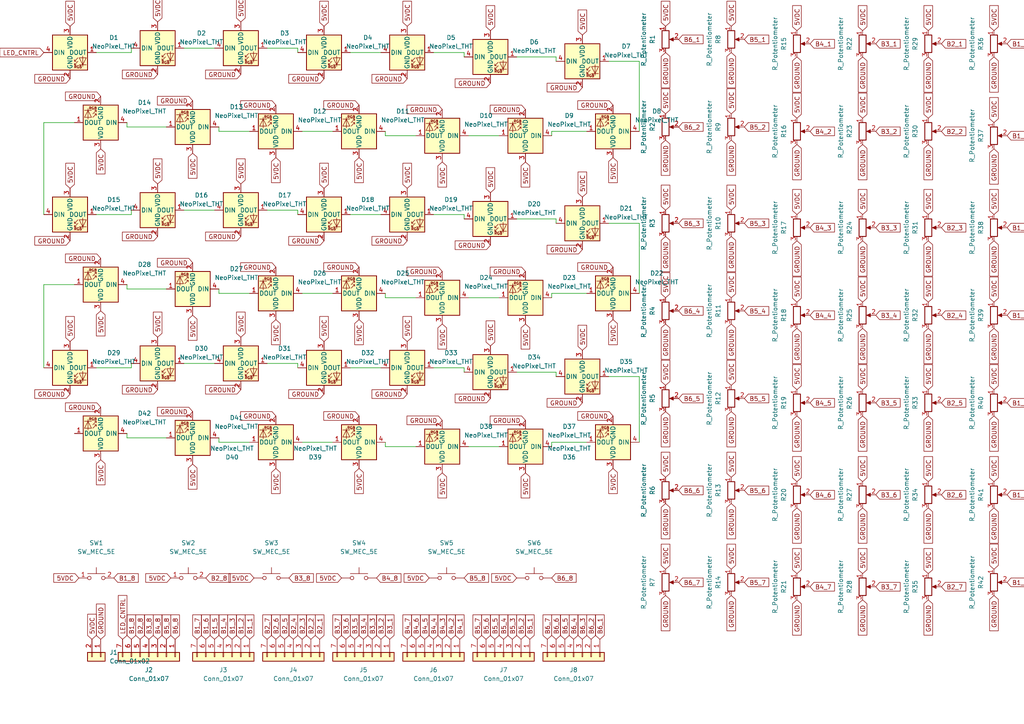
<source format=kicad_sch>
(kicad_sch (version 20211123) (generator eeschema)
  (paper "A4")
  (wire (pts (xy 176.53 17.78) (xy 185.42 17.78)))
  (wire (pts (xy 176.53 109.22) (xy 185.42 109.22)))
  (wire (pts (xy 125.73 62.23) (xy 134.62 62.23)))
  (wire (pts (xy 36.83 36.83) (xy 36.83 35.56)))
  (wire (pts (xy 176.53 64.77) (xy 185.42 64.77)))
  (wire (pts (xy 120.65 129.54) (xy 111.76 129.54)))
  (wire (pts (xy 53.34 105.41) (xy 62.23 105.41)))
  (wire (pts (xy 161.29 63.5) (xy 161.29 64.77)))
  (wire (pts (xy 160.02 128.27) (xy 160.02 129.54)))
  (wire (pts (xy 53.34 13.97) (xy 62.23 13.97)))
  (wire (pts (xy 77.47 105.41) (xy 86.36 105.41)))
  (wire (pts (xy 21.59 35.56) (xy 12.7 35.56)))
  (wire (pts (xy 160.02 85.09) (xy 160.02 86.36)))
  (wire (pts (xy 27.94 15.24) (xy 38.1 15.24)))
  (wire (pts (xy 86.36 13.97) (xy 86.36 15.24)))
  (wire (pts (xy 125.73 15.24) (xy 134.62 15.24)))
  (wire (pts (xy 72.39 85.09) (xy 63.5 85.09)))
  (wire (pts (xy 185.42 17.78) (xy 185.42 38.1)))
  (wire (pts (xy 160.02 38.1) (xy 160.02 39.37)))
  (wire (pts (xy 12.7 82.55) (xy 12.7 106.68)))
  (wire (pts (xy 27.94 106.68) (xy 38.1 106.68)))
  (wire (pts (xy 72.39 38.1) (xy 63.5 38.1)))
  (wire (pts (xy 111.76 39.37) (xy 111.76 38.1)))
  (wire (pts (xy 149.86 16.51) (xy 161.29 16.51)))
  (wire (pts (xy 149.86 63.5) (xy 161.29 63.5)))
  (wire (pts (xy 63.5 38.1) (xy 63.5 36.83)))
  (wire (pts (xy 38.1 106.68) (xy 38.1 105.41)))
  (wire (pts (xy 87.63 38.1) (xy 96.52 38.1)))
  (wire (pts (xy 185.42 109.22) (xy 185.42 128.27)))
  (wire (pts (xy 77.47 13.97) (xy 86.36 13.97)))
  (wire (pts (xy 125.73 106.68) (xy 134.62 106.68)))
  (wire (pts (xy 134.62 62.23) (xy 134.62 63.5)))
  (wire (pts (xy 72.39 128.27) (xy 63.5 128.27)))
  (wire (pts (xy 63.5 128.27) (xy 63.5 127)))
  (wire (pts (xy 38.1 15.24) (xy 38.1 13.97)))
  (wire (pts (xy 170.18 128.27) (xy 160.02 128.27)))
  (wire (pts (xy 87.63 128.27) (xy 96.52 128.27)))
  (wire (pts (xy 135.89 86.36) (xy 144.78 86.36)))
  (wire (pts (xy 77.47 60.96) (xy 86.36 60.96)))
  (wire (pts (xy 48.26 83.82) (xy 36.83 83.82)))
  (wire (pts (xy 63.5 85.09) (xy 63.5 83.82)))
  (wire (pts (xy 170.18 85.09) (xy 160.02 85.09)))
  (wire (pts (xy 120.65 86.36) (xy 111.76 86.36)))
  (wire (pts (xy 161.29 107.95) (xy 161.29 109.22)))
  (wire (pts (xy 135.89 129.54) (xy 144.78 129.54)))
  (wire (pts (xy 149.86 107.95) (xy 161.29 107.95)))
  (wire (pts (xy 38.1 62.23) (xy 38.1 60.96)))
  (wire (pts (xy 53.34 60.96) (xy 62.23 60.96)))
  (wire (pts (xy 27.94 62.23) (xy 38.1 62.23)))
  (wire (pts (xy 134.62 15.24) (xy 134.62 16.51)))
  (wire (pts (xy 101.6 106.68) (xy 110.49 106.68)))
  (wire (pts (xy 185.42 64.77) (xy 185.42 85.09)))
  (wire (pts (xy 120.65 39.37) (xy 111.76 39.37)))
  (wire (pts (xy 134.62 106.68) (xy 134.62 107.95)))
  (wire (pts (xy 36.83 127) (xy 36.83 125.73)))
  (wire (pts (xy 86.36 105.41) (xy 86.36 106.68)))
  (wire (pts (xy 48.26 36.83) (xy 36.83 36.83)))
  (wire (pts (xy 101.6 62.23) (xy 110.49 62.23)))
  (wire (pts (xy 170.18 38.1) (xy 160.02 38.1)))
  (wire (pts (xy 48.26 127) (xy 36.83 127)))
  (wire (pts (xy 101.6 15.24) (xy 110.49 15.24)))
  (wire (pts (xy 86.36 60.96) (xy 86.36 62.23)))
  (wire (pts (xy 36.83 83.82) (xy 36.83 82.55)))
  (wire (pts (xy 111.76 86.36) (xy 111.76 85.09)))
  (wire (pts (xy 87.63 85.09) (xy 96.52 85.09)))
  (wire (pts (xy 135.89 39.37) (xy 144.78 39.37)))
  (wire (pts (xy 12.7 35.56) (xy 12.7 62.23)))
  (wire (pts (xy 111.76 129.54) (xy 111.76 128.27)))
  (wire (pts (xy 21.59 82.55) (xy 12.7 82.55)))
  (wire (pts (xy 161.29 16.51) (xy 161.29 17.78)))
  (global_label "5VDC" (shape input) (at 168.91 10.16 90) (property "Intersheet References" "${INTERSHEET_REFS}" (effects hide)))
  (global_label "B3_4" (shape input) (at 254 91.44 0) (property "Intersheet References" "${INTERSHEET_REFS}" (effects hide)))
  (global_label "5VDC" (shape input) (at 288.29 113.03 90) (property "Intersheet References" "${INTERSHEET_REFS}" (effects hide)))
  (global_label "5VDC" (shape input) (at 20.32 7.62 90) (property "Intersheet References" "${INTERSHEET_REFS}" (effects hide)))
  (global_label "5VDC" (shape input) (at 288.29 87.63 90) (property "Intersheet References" "${INTERSHEET_REFS}" (effects hide)))
  (global_label "GROUND" (shape input) (at 118.11 22.86 180) (property "Intersheet References" "${INTERSHEET_REFS}" (effects hide)))
  (global_label "5VDC" (shape input) (at 250.19 166.37 90) (property "Intersheet References" "${INTERSHEET_REFS}" (effects hide)))
  (global_label "GROUND" (shape input) (at 128.27 121.92 180) (property "Intersheet References" "${INTERSHEET_REFS}" (effects hide)))
  (global_label "5VDC" (shape input) (at 149.86 167.64 180) (property "Intersheet References" "${INTERSHEET_REFS}" (effects hide)))
  (global_label "B4_3" (shape input) (at 128.27 185.42 90) (property "Intersheet References" "${INTERSHEET_REFS}" (effects hide)))
  (global_label "GROUND" (shape input) (at 55.88 29.21 180) (property "Intersheet References" "${INTERSHEET_REFS}" (effects hide)))
  (global_label "GROUND" (shape input) (at 212.09 40.64 270) (property "Intersheet References" "${INTERSHEET_REFS}" (effects hide)))
  (global_label "GROUND" (shape input) (at 168.91 72.39 180) (property "Intersheet References" "${INTERSHEET_REFS}" (effects hide)))
  (global_label "B6_4" (shape input) (at 166.37 185.42 90) (property "Intersheet References" "${INTERSHEET_REFS}" (effects hide)))
  (global_label "GROUND" (shape input) (at 269.24 173.99 270) (property "Intersheet References" "${INTERSHEET_REFS}" (effects hide)))
  (global_label "GROUND" (shape input) (at 80.01 120.65 180) (property "Intersheet References" "${INTERSHEET_REFS}" (effects hide)))
  (global_label "B2_2" (shape input) (at 273.05 38.1 0) (property "Intersheet References" "${INTERSHEET_REFS}" (effects hide)))
  (global_label "GROUND" (shape input) (at 93.98 22.86 180) (property "Intersheet References" "${INTERSHEET_REFS}" (effects hide)))
  (global_label "GROUND" (shape input) (at 168.91 116.84 180) (property "Intersheet References" "${INTERSHEET_REFS}" (effects hide)))
  (global_label "GROUND" (shape input) (at 269.24 16.51 270) (property "Intersheet References" "${INTERSHEET_REFS}" (effects hide)))
  (global_label "GROUND" (shape input) (at 93.98 69.85 180) (property "Intersheet References" "${INTERSHEET_REFS}" (effects hide)))
  (global_label "B1_6" (shape input) (at 292.1 143.51 0) (property "Intersheet References" "${INTERSHEET_REFS}" (effects hide)))
  (global_label "GROUND" (shape input) (at 193.04 146.05 270) (property "Intersheet References" "${INTERSHEET_REFS}" (effects hide)))
  (global_label "GROUND" (shape input) (at 250.19 16.51 270) (property "Intersheet References" "${INTERSHEET_REFS}" (effects hide)))
  (global_label "B1_2" (shape input) (at 69.85 185.42 90) (property "Intersheet References" "${INTERSHEET_REFS}" (effects hide)))
  (global_label "GROUND" (shape input) (at 168.91 25.4 180) (property "Intersheet References" "${INTERSHEET_REFS}" (effects hide)))
  (global_label "5VDC" (shape input) (at 250.19 113.03 90) (property "Intersheet References" "${INTERSHEET_REFS}" (effects hide)))
  (global_label "GROUND" (shape input) (at 231.14 16.51 270) (property "Intersheet References" "${INTERSHEET_REFS}" (effects hide)))
  (global_label "B3_8" (shape input) (at 43.18 185.42 90) (property "Intersheet References" "${INTERSHEET_REFS}" (effects hide)))
  (global_label "B5_6" (shape input) (at 140.97 185.42 90) (property "Intersheet References" "${INTERSHEET_REFS}" (effects hide)))
  (global_label "GROUND" (shape input) (at 193.04 68.58 270) (property "Intersheet References" "${INTERSHEET_REFS}" (effects hide)))
  (global_label "5VDC" (shape input) (at 231.14 139.7 90) (property "Intersheet References" "${INTERSHEET_REFS}" (effects hide)))
  (global_label "GROUND" (shape input) (at 193.04 93.98 270) (property "Intersheet References" "${INTERSHEET_REFS}" (effects hide)))
  (global_label "GROUND" (shape input) (at 231.14 41.91 270) (property "Intersheet References" "${INTERSHEET_REFS}" (effects hide)))
  (global_label "5VDC" (shape input) (at 142.24 8.89 90) (property "Intersheet References" "${INTERSHEET_REFS}" (effects hide)))
  (global_label "B1_3" (shape input) (at 292.1 66.04 0) (property "Intersheet References" "${INTERSHEET_REFS}" (effects hide)))
  (global_label "B5_4" (shape input) (at 215.9 90.17 0) (property "Intersheet References" "${INTERSHEET_REFS}" (effects hide)))
  (global_label "GROUND" (shape input) (at 55.88 119.38 180) (property "Intersheet References" "${INTERSHEET_REFS}" (effects hide)))
  (global_label "GROUND" (shape input) (at 142.24 71.12 180) (property "Intersheet References" "${INTERSHEET_REFS}" (effects hide)))
  (global_label "GROUND" (shape input) (at 45.72 113.03 180) (property "Intersheet References" "${INTERSHEET_REFS}" (effects hide)))
  (global_label "B1_5" (shape input) (at 62.23 185.42 90) (property "Intersheet References" "${INTERSHEET_REFS}" (effects hide)))
  (global_label "B2_1" (shape input) (at 273.05 12.7 0) (property "Intersheet References" "${INTERSHEET_REFS}" (effects hide)))
  (global_label "5VDC" (shape input) (at 142.24 100.33 90) (property "Intersheet References" "${INTERSHEET_REFS}" (effects hide)))
  (global_label "B6_1" (shape input) (at 196.85 11.43 0) (property "Intersheet References" "${INTERSHEET_REFS}" (effects hide)))
  (global_label "GROUND" (shape input) (at 193.04 119.38 270) (property "Intersheet References" "${INTERSHEET_REFS}" (effects hide)))
  (global_label "GROUND" (shape input) (at 29.21 74.93 180) (property "Intersheet References" "${INTERSHEET_REFS}" (effects hide)))
  (global_label "B2_3" (shape input) (at 273.05 66.04 0) (property "Intersheet References" "${INTERSHEET_REFS}" (effects hide)))
  (global_label "GROUND" (shape input) (at 118.11 114.3 180) (property "Intersheet References" "${INTERSHEET_REFS}" (effects hide)))
  (global_label "B3_3" (shape input) (at 254 66.04 0) (property "Intersheet References" "${INTERSHEET_REFS}" (effects hide)))
  (global_label "GROUND" (shape input) (at 20.32 22.86 180) (property "Intersheet References" "${INTERSHEET_REFS}" (effects hide)))
  (global_label "5VDC" (shape input) (at 193.04 33.02 90) (property "Intersheet References" "${INTERSHEET_REFS}" (effects hide)))
  (global_label "5VDC" (shape input) (at 288.29 62.23 90) (property "Intersheet References" "${INTERSHEET_REFS}" (effects hide)))
  (global_label "B2_7" (shape input) (at 77.47 185.42 90) (property "Intersheet References" "${INTERSHEET_REFS}" (effects hide)))
  (global_label "5VDC" (shape input) (at 212.09 111.76 90) (property "Intersheet References" "${INTERSHEET_REFS}" (effects hide)))
  (global_label "B6_2" (shape input) (at 196.85 36.83 0) (property "Intersheet References" "${INTERSHEET_REFS}" (effects hide)))
  (global_label "B1_4" (shape input) (at 292.1 91.44 0) (property "Intersheet References" "${INTERSHEET_REFS}" (effects hide)))
  (global_label "5VDC" (shape input) (at 55.88 44.45 270) (property "Intersheet References" "${INTERSHEET_REFS}" (effects hide)))
  (global_label "B2_8" (shape input) (at 59.69 167.64 0) (property "Intersheet References" "${INTERSHEET_REFS}" (effects hide)))
  (global_label "B4_2" (shape input) (at 234.95 38.1 0) (property "Intersheet References" "${INTERSHEET_REFS}" (effects hide)))
  (global_label "GROUND" (shape input) (at 142.24 24.13 180) (property "Intersheet References" "${INTERSHEET_REFS}" (effects hide)))
  (global_label "GROUND" (shape input) (at 152.4 31.75 180) (property "Intersheet References" "${INTERSHEET_REFS}" (effects hide)))
  (global_label "B6_7" (shape input) (at 158.75 185.42 90) (property "Intersheet References" "${INTERSHEET_REFS}" (effects hide)))
  (global_label "B2_5" (shape input) (at 273.05 116.84 0) (property "Intersheet References" "${INTERSHEET_REFS}" (effects hide)))
  (global_label "GROUND" (shape input) (at 80.01 77.47 180) (property "Intersheet References" "${INTERSHEET_REFS}" (effects hide)))
  (global_label "5VDC" (shape input) (at 212.09 7.62 90) (property "Intersheet References" "${INTERSHEET_REFS}" (effects hide)))
  (global_label "B5_7" (shape input) (at 138.43 185.42 90) (property "Intersheet References" "${INTERSHEET_REFS}" (effects hide)))
  (global_label "5VDC" (shape input) (at 80.01 135.89 270) (property "Intersheet References" "${INTERSHEET_REFS}" (effects hide)))
  (global_label "GROUND" (shape input) (at 128.27 31.75 180) (property "Intersheet References" "${INTERSHEET_REFS}" (effects hide)))
  (global_label "B5_6" (shape input) (at 215.9 142.24 0) (property "Intersheet References" "${INTERSHEET_REFS}" (effects hide)))
  (global_label "5VDC" (shape input) (at 193.04 60.96 90) (property "Intersheet References" "${INTERSHEET_REFS}" (effects hide)))
  (global_label "GROUND" (shape input) (at 177.8 120.65 180) (property "Intersheet References" "${INTERSHEET_REFS}" (effects hide)))
  (global_label "B2_4" (shape input) (at 85.09 185.42 90) (property "Intersheet References" "${INTERSHEET_REFS}" (effects hide)))
  (global_label "B1_5" (shape input) (at 292.1 116.84 0) (property "Intersheet References" "${INTERSHEET_REFS}" (effects hide)))
  (global_label "GROUND" (shape input) (at 29.21 185.42 90) (property "Intersheet References" "${INTERSHEET_REFS}" (effects hide)))
  (global_label "B1_3" (shape input) (at 67.31 185.42 90) (property "Intersheet References" "${INTERSHEET_REFS}" (effects hide)))
  (global_label "GROUND" (shape input) (at 212.09 68.58 270) (property "Intersheet References" "${INTERSHEET_REFS}" (effects hide)))
  (global_label "5VDC" (shape input) (at 250.19 87.63 90) (property "Intersheet References" "${INTERSHEET_REFS}" (effects hide)))
  (global_label "B1_1" (shape input) (at 292.1 12.7 0) (property "Intersheet References" "${INTERSHEET_REFS}" (effects hide)))
  (global_label "5VDC" (shape input) (at 288.29 8.89 90) (property "Intersheet References" "${INTERSHEET_REFS}" (effects hide)))
  (global_label "B6_1" (shape input) (at 173.99 185.42 90) (property "Intersheet References" "${INTERSHEET_REFS}" (effects hide)))
  (global_label "5VDC" (shape input) (at 250.19 62.23 90) (property "Intersheet References" "${INTERSHEET_REFS}" (effects hide)))
  (global_label "5VDC" (shape input) (at 104.14 92.71 270) (property "Intersheet References" "${INTERSHEET_REFS}" (effects hide)))
  (global_label "B3_1" (shape input) (at 113.03 185.42 90) (property "Intersheet References" "${INTERSHEET_REFS}" (effects hide)))
  (global_label "5VDC" (shape input) (at 20.32 54.61 90) (property "Intersheet References" "${INTERSHEET_REFS}" (effects hide)))
  (global_label "GROUND" (shape input) (at 212.09 119.38 270) (property "Intersheet References" "${INTERSHEET_REFS}" (effects hide)))
  (global_label "B4_3" (shape input) (at 234.95 66.04 0) (property "Intersheet References" "${INTERSHEET_REFS}" (effects hide)))
  (global_label "5VDC" (shape input) (at 55.88 91.44 270) (property "Intersheet References" "${INTERSHEET_REFS}" (effects hide)))
  (global_label "5VDC" (shape input) (at 269.24 62.23 90) (property "Intersheet References" "${INTERSHEET_REFS}" (effects hide)))
  (global_label "B1_8" (shape input) (at 33.02 167.64 0) (property "Intersheet References" "${INTERSHEET_REFS}" (effects hide)))
  (global_label "B4_5" (shape input) (at 234.95 116.84 0) (property "Intersheet References" "${INTERSHEET_REFS}" (effects hide)))
  (global_label "5VDC" (shape input) (at 288.29 35.56 90) (property "Intersheet References" "${INTERSHEET_REFS}" (effects hide)))
  (global_label "B6_5" (shape input) (at 163.83 185.42 90) (property "Intersheet References" "${INTERSHEET_REFS}" (effects hide)))
  (global_label "B4_4" (shape input) (at 234.95 91.44 0) (property "Intersheet References" "${INTERSHEET_REFS}" (effects hide)))
  (global_label "GROUND" (shape input) (at 177.8 30.48 180) (property "Intersheet References" "${INTERSHEET_REFS}" (effects hide)))
  (global_label "5VDC" (shape input) (at 49.53 167.64 180) (property "Intersheet References" "${INTERSHEET_REFS}" (effects hide)))
  (global_label "LED_CNTRL" (shape input) (at 12.7 15.24 180) (property "Intersheet References" "${INTERSHEET_REFS}" (effects hide)))
  (global_label "5VDC" (shape input) (at 193.04 86.36 90) (property "Intersheet References" "${INTERSHEET_REFS}" (effects hide)))
  (global_label "5VDC" (shape input) (at 152.4 137.16 270) (property "Intersheet References" "${INTERSHEET_REFS}" (effects hide)))
  (global_label "B6_8" (shape input) (at 50.8 185.42 90) (property "Intersheet References" "${INTERSHEET_REFS}" (effects hide)))
  (global_label "GROUND" (shape input) (at 128.27 78.74 180) (property "Intersheet References" "${INTERSHEET_REFS}" (effects hide)))
  (global_label "B5_3" (shape input) (at 148.59 185.42 90) (property "Intersheet References" "${INTERSHEET_REFS}" (effects hide)))
  (global_label "GROUND" (shape input) (at 142.24 115.57 180) (property "Intersheet References" "${INTERSHEET_REFS}" (effects hide)))
  (global_label "B6_2" (shape input) (at 171.45 185.42 90) (property "Intersheet References" "${INTERSHEET_REFS}" (effects hide)))
  (global_label "5VDC" (shape input) (at 124.46 167.64 180) (property "Intersheet References" "${INTERSHEET_REFS}" (effects hide)))
  (global_label "5VDC" (shape input) (at 177.8 92.71 270) (property "Intersheet References" "${INTERSHEET_REFS}" (effects hide)))
  (global_label "5VDC" (shape input) (at 212.09 33.02 90) (property "Intersheet References" "${INTERSHEET_REFS}" (effects hide)))
  (global_label "GROUND" (shape input) (at 288.29 69.85 270) (property "Intersheet References" "${INTERSHEET_REFS}" (effects hide)))
  (global_label "B3_4" (shape input) (at 105.41 185.42 90) (property "Intersheet References" "${INTERSHEET_REFS}" (effects hide)))
  (global_label "B4_8" (shape input) (at 109.22 167.64 0) (property "Intersheet References" "${INTERSHEET_REFS}" (effects hide)))
  (global_label "B3_5" (shape input) (at 254 116.84 0) (property "Intersheet References" "${INTERSHEET_REFS}" (effects hide)))
  (global_label "5VDC" (shape input) (at 193.04 138.43 90) (property "Intersheet References" "${INTERSHEET_REFS}" (effects hide)))
  (global_label "5VDC" (shape input) (at 99.06 167.64 180) (property "Intersheet References" "${INTERSHEET_REFS}" (effects hide)))
  (global_label "GROUND" (shape input) (at 269.24 120.65 270) (property "Intersheet References" "${INTERSHEET_REFS}" (effects hide)))
  (global_label "B2_6" (shape input) (at 273.05 143.51 0) (property "Intersheet References" "${INTERSHEET_REFS}" (effects hide)))
  (global_label "GROUND" (shape input) (at 269.24 69.85 270) (property "Intersheet References" "${INTERSHEET_REFS}" (effects hide)))
  (global_label "GROUND" (shape input) (at 193.04 15.24 270) (property "Intersheet References" "${INTERSHEET_REFS}" (effects hide)))
  (global_label "B4_2" (shape input) (at 130.81 185.42 90) (property "Intersheet References" "${INTERSHEET_REFS}" (effects hide)))
  (global_label "B1_2" (shape input) (at 292.1 39.37 0) (property "Intersheet References" "${INTERSHEET_REFS}" (effects hide)))
  (global_label "5VDC" (shape input) (at 177.8 45.72 270) (property "Intersheet References" "${INTERSHEET_REFS}" (effects hide)))
  (global_label "5VDC" (shape input) (at 128.27 93.98 270) (property "Intersheet References" "${INTERSHEET_REFS}" (effects hide)))
  (global_label "GROUND" (shape input) (at 288.29 147.32 270) (property "Intersheet References" "${INTERSHEET_REFS}" (effects hide)))
  (global_label "B3_6" (shape input) (at 254 143.51 0) (property "Intersheet References" "${INTERSHEET_REFS}" (effects hide)))
  (global_label "B2_1" (shape input) (at 92.71 185.42 90) (property "Intersheet References" "${INTERSHEET_REFS}" (effects hide)))
  (global_label "B1_4" (shape input) (at 64.77 185.42 90) (property "Intersheet References" "${INTERSHEET_REFS}" (effects hide)))
  (global_label "GROUND" (shape input) (at 250.19 120.65 270) (property "Intersheet References" "${INTERSHEET_REFS}" (effects hide)))
  (global_label "GROUND" (shape input) (at 250.19 41.91 270) (property "Intersheet References" "${INTERSHEET_REFS}" (effects hide)))
  (global_label "5VDC" (shape input) (at 152.4 93.98 270) (property "Intersheet References" "${INTERSHEET_REFS}" (effects hide)))
  (global_label "5VDC" (shape input) (at 55.88 134.62 270) (property "Intersheet References" "${INTERSHEET_REFS}" (effects hide)))
  (global_label "B4_7" (shape input) (at 118.11 185.42 90) (property "Intersheet References" "${INTERSHEET_REFS}" (effects hide)))
  (global_label "GROUND" (shape input) (at 193.04 40.64 270) (property "Intersheet References" "${INTERSHEET_REFS}" (effects hide)))
  (global_label "B4_8" (shape input) (at 45.72 185.42 90) (property "Intersheet References" "${INTERSHEET_REFS}" (effects hide)))
  (global_label "5VDC" (shape input) (at 212.09 138.43 90) (property "Intersheet References" "${INTERSHEET_REFS}" (effects hide)))
  (global_label "B3_2" (shape input) (at 110.49 185.42 90) (property "Intersheet References" "${INTERSHEET_REFS}" (effects hide)))
  (global_label "GROUND" (shape input) (at 80.01 30.48 180) (property "Intersheet References" "${INTERSHEET_REFS}" (effects hide)))
  (global_label "B5_4" (shape input) (at 146.05 185.42 90) (property "Intersheet References" "${INTERSHEET_REFS}" (effects hide)))
  (global_label "B3_8" (shape input) (at 83.82 167.64 0) (property "Intersheet References" "${INTERSHEET_REFS}" (effects hide)))
  (global_label "GROUND" (shape input) (at 177.8 77.47 180) (property "Intersheet References" "${INTERSHEET_REFS}" (effects hide)))
  (global_label "B2_6" (shape input) (at 80.01 185.42 90) (property "Intersheet References" "${INTERSHEET_REFS}" (effects hide)))
  (global_label "5VDC" (shape input) (at 80.01 92.71 270) (property "Intersheet References" "${INTERSHEET_REFS}" (effects hide)))
  (global_label "5VDC" (shape input) (at 193.04 111.76 90) (property "Intersheet References" "${INTERSHEET_REFS}" (effects hide)))
  (global_label "5VDC" (shape input) (at 152.4 46.99 270) (property "Intersheet References" "${INTERSHEET_REFS}" (effects hide)))
  (global_label "5VDC" (shape input) (at 69.85 6.35 90) (property "Intersheet References" "${INTERSHEET_REFS}" (effects hide)))
  (global_label "5VDC" (shape input) (at 26.67 185.42 90) (property "Intersheet References" "${INTERSHEET_REFS}" (effects hide)))
  (global_label "5VDC" (shape input) (at 231.14 8.89 90) (property "Intersheet References" "${INTERSHEET_REFS}" (effects hide)))
  (global_label "GROUND" (shape input) (at 269.24 95.25 270) (property "Intersheet References" "${INTERSHEET_REFS}" (effects hide)))
  (global_label "GROUND" (shape input) (at 55.88 76.2 180) (property "Intersheet References" "${INTERSHEET_REFS}" (effects hide)))
  (global_label "B3_7" (shape input) (at 97.79 185.42 90) (property "Intersheet References" "${INTERSHEET_REFS}" (effects hide)))
  (global_label "B6_8" (shape input) (at 160.02 167.64 0) (property "Intersheet References" "${INTERSHEET_REFS}" (effects hide)))
  (global_label "GROUND" (shape input) (at 288.29 120.65 270) (property "Intersheet References" "${INTERSHEET_REFS}" (effects hide)))
  (global_label "5VDC" (shape input) (at 20.32 99.06 90) (property "Intersheet References" "${INTERSHEET_REFS}" (effects hide)))
  (global_label "GROUND" (shape input) (at 69.85 21.59 180) (property "Intersheet References" "${INTERSHEET_REFS}" (effects hide)))
  (global_label "5VDC" (shape input) (at 288.29 139.7 90) (property "Intersheet References" "${INTERSHEET_REFS}" (effects hide)))
  (global_label "5VDC" (shape input) (at 269.24 166.37 90) (property "Intersheet References" "${INTERSHEET_REFS}" (effects hide)))
  (global_label "GROUND" (shape input) (at 69.85 68.58 180) (property "Intersheet References" "${INTERSHEET_REFS}" (effects hide)))
  (global_label "B5_5" (shape input) (at 215.9 115.57 0) (property "Intersheet References" "${INTERSHEET_REFS}" (effects hide)))
  (global_label "5VDC" (shape input) (at 128.27 137.16 270) (property "Intersheet References" "${INTERSHEET_REFS}" (effects hide)))
  (global_label "B5_8" (shape input) (at 48.26 185.42 90) (property "Intersheet References" "${INTERSHEET_REFS}" (effects hide)))
  (global_label "GROUND" (shape input) (at 269.24 41.91 270) (property "Intersheet References" "${INTERSHEET_REFS}" (effects hide)))
  (global_label "GROUND" (shape input) (at 118.11 69.85 180) (property "Intersheet References" "${INTERSHEET_REFS}" (effects hide)))
  (global_label "5VDC" (shape input) (at 22.86 167.64 180) (property "Intersheet References" "${INTERSHEET_REFS}" (effects hide)))
  (global_label "GROUND" (shape input) (at 20.32 69.85 180) (property "Intersheet References" "${INTERSHEET_REFS}" (effects hide)))
  (global_label "5VDC" (shape input) (at 212.09 86.36 90) (property "Intersheet References" "${INTERSHEET_REFS}" (effects hide)))
  (global_label "5VDC" (shape input) (at 168.91 101.6 90) (property "Intersheet References" "${INTERSHEET_REFS}" (effects hide)))
  (global_label "GROUND" (shape input) (at 231.14 120.65 270) (property "Intersheet References" "${INTERSHEET_REFS}" (effects hide)))
  (global_label "GROUND" (shape input) (at 45.72 68.58 180) (property "Intersheet References" "${INTERSHEET_REFS}" (effects hide)))
  (global_label "GROUND" (shape input) (at 45.72 21.59 180) (property "Intersheet References" "${INTERSHEET_REFS}" (effects hide)))
  (global_label "B5_5" (shape input) (at 143.51 185.42 90) (property "Intersheet References" "${INTERSHEET_REFS}" (effects hide)))
  (global_label "B6_7" (shape input) (at 196.85 168.91 0) (property "Intersheet References" "${INTERSHEET_REFS}" (effects hide)))
  (global_label "B3_3" (shape input) (at 107.95 185.42 90) (property "Intersheet References" "${INTERSHEET_REFS}" (effects hide)))
  (global_label "GROUND" (shape input) (at 212.09 146.05 270) (property "Intersheet References" "${INTERSHEET_REFS}" (effects hide)))
  (global_label "B1_1" (shape input) (at 72.39 185.42 90) (property "Intersheet References" "${INTERSHEET_REFS}" (effects hide)))
  (global_label "B6_5" (shape input) (at 196.85 115.57 0) (property "Intersheet References" "${INTERSHEET_REFS}" (effects hide)))
  (global_label "5VDC" (shape input) (at 69.85 53.34 90) (property "Intersheet References" "${INTERSHEET_REFS}" (effects hide)))
  (global_label "5VDC" (shape input) (at 104.14 45.72 270) (property "Intersheet References" "${INTERSHEET_REFS}" (effects hide)))
  (global_label "GROUND" (shape input) (at 288.29 16.51 270) (property "Intersheet References" "${INTERSHEET_REFS}" (effects hide)))
  (global_label "GROUND" (shape input) (at 231.14 147.32 270) (property "Intersheet References" "${INTERSHEET_REFS}" (effects hide)))
  (global_label "GROUND" (shape input) (at 231.14 95.25 270) (property "Intersheet References" "${INTERSHEET_REFS}" (effects hide)))
  (global_label "B4_7" (shape input) (at 234.95 170.18 0) (property "Intersheet References" "${INTERSHEET_REFS}" (effects hide)))
  (global_label "GROUND" (shape input) (at 152.4 121.92 180) (property "Intersheet References" "${INTERSHEET_REFS}" (effects hide)))
  (global_label "B3_7" (shape input) (at 254 170.18 0) (property "Intersheet References" "${INTERSHEET_REFS}" (effects hide)))
  (global_label "5VDC" (shape input) (at 193.04 165.1 90) (property "Intersheet References" "${INTERSHEET_REFS}" (effects hide)))
  (global_label "GROUND" (shape input) (at 193.04 172.72 270) (property "Intersheet References" "${INTERSHEET_REFS}" (effects hide)))
  (global_label "B5_2" (shape input) (at 215.9 36.83 0) (property "Intersheet References" "${INTERSHEET_REFS}" (effects hide)))
  (global_label "5VDC" (shape input) (at 269.24 87.63 90) (property "Intersheet References" "${INTERSHEET_REFS}" (effects hide)))
  (global_label "B5_1" (shape input) (at 153.67 185.42 90) (property "Intersheet References" "${INTERSHEET_REFS}" (effects hide)))
  (global_label "B4_1" (shape input) (at 133.35 185.42 90) (property "Intersheet References" "${INTERSHEET_REFS}" (effects hide)))
  (global_label "B3_1" (shape input) (at 254 12.7 0) (property "Intersheet References" "${INTERSHEET_REFS}" (effects hide)))
  (global_label "B6_6" (shape input) (at 161.29 185.42 90) (property "Intersheet References" "${INTERSHEET_REFS}" (effects hide)))
  (global_label "5VDC" (shape input) (at 128.27 46.99 270) (property "Intersheet References" "${INTERSHEET_REFS}" (effects hide)))
  (global_label "5VDC" (shape input) (at 231.14 166.37 90) (property "Intersheet References" "${INTERSHEET_REFS}" (effects hide)))
  (global_label "5VDC" (shape input) (at 269.24 34.29 90) (property "Intersheet References" "${INTERSHEET_REFS}" (effects hide)))
  (global_label "GROUND" (shape input) (at 250.19 173.99 270) (property "Intersheet References" "${INTERSHEET_REFS}" (effects hide)))
  (global_label "B5_7" (shape input) (at 215.9 168.91 0) (property "Intersheet References" "${INTERSHEET_REFS}" (effects hide)))
  (global_label "B5_2" (shape input) (at 151.13 185.42 90) (property "Intersheet References" "${INTERSHEET_REFS}" (effects hide)))
  (global_label "B2_8" (shape input) (at 40.64 185.42 90) (property "Intersheet References" "${INTERSHEET_REFS}" (effects hide)))
  (global_label "B2_4" (shape input) (at 273.05 91.44 0) (property "Intersheet References" "${INTERSHEET_REFS}" (effects hide)))
  (global_label "GROUND" (shape input) (at 288.29 95.25 270) (property "Intersheet References" "${INTERSHEET_REFS}" (effects hide)))
  (global_label "B1_7" (shape input) (at 292.1 168.91 0) (property "Intersheet References" "${INTERSHEET_REFS}" (effects hide)))
  (global_label "5VDC" (shape input) (at 250.19 8.89 90) (property "Intersheet References" "${INTERSHEET_REFS}" (effects hide)))
  (global_label "B3_6" (shape input) (at 100.33 185.42 90) (property "Intersheet References" "${INTERSHEET_REFS}" (effects hide)))
  (global_label "GROUND" (shape input) (at 104.14 120.65 180) (property "Intersheet References" "${INTERSHEET_REFS}" (effects hide)))
  (global_label "B4_6" (shape input) (at 234.95 143.51 0) (property "Intersheet References" "${INTERSHEET_REFS}" (effects hide)))
  (global_label "GROUND" (shape input) (at 288.29 172.72 270) (property "Intersheet References" "${INTERSHEET_REFS}" (effects hide)))
  (global_label "B4_1" (shape input) (at 234.95 12.7 0) (property "Intersheet References" "${INTERSHEET_REFS}" (effects hide)))
  (global_label "B6_3" (shape input) (at 168.91 185.42 90) (property "Intersheet References" "${INTERSHEET_REFS}" (effects hide)))
  (global_label "GROUND" (shape input) (at 269.24 147.32 270) (property "Intersheet References" "${INTERSHEET_REFS}" (effects hide)))
  (global_label "5VDC" (shape input) (at 231.14 34.29 90) (property "Intersheet References" "${INTERSHEET_REFS}" (effects hide)))
  (global_label "B4_4" (shape input) (at 125.73 185.42 90) (property "Intersheet References" "${INTERSHEET_REFS}" (effects hide)))
  (global_label "5VDC" (shape input) (at 45.72 97.79 90) (property "Intersheet References" "${INTERSHEET_REFS}" (effects hide)))
  (global_label "B3_5" (shape input) (at 102.87 185.42 90) (property "Intersheet References" "${INTERSHEET_REFS}" (effects hide)))
  (global_label "GROUND" (shape input) (at 250.19 95.25 270) (property "Intersheet References" "${INTERSHEET_REFS}" (effects hide)))
  (global_label "5VDC" (shape input) (at 269.24 139.7 90) (property "Intersheet References" "${INTERSHEET_REFS}" (effects hide)))
  (global_label "GROUND" (shape input) (at 69.85 113.03 180) (property "Intersheet References" "${INTERSHEET_REFS}" (effects hide)))
  (global_label "5VDC" (shape input) (at 69.85 97.79 90) (property "Intersheet References" "${INTERSHEET_REFS}" (effects hide)))
  (global_label "GROUND" (shape input) (at 29.21 27.94 180) (property "Intersheet References" "${INTERSHEET_REFS}" (effects hide)))
  (global_label "GROUND" (shape input) (at 250.19 147.32 270) (property "Intersheet References" "${INTERSHEET_REFS}" (effects hide)))
  (global_label "GROUND" (shape input) (at 20.32 114.3 180) (property "Intersheet References" "${INTERSHEET_REFS}" (effects hide)))
  (global_label "B5_1" (shape input) (at 215.9 11.43 0) (property "Intersheet References" "${INTERSHEET_REFS}" (effects hide)))
  (global_label "5VDC" (shape input) (at 231.14 62.23 90) (property "Intersheet References" "${INTERSHEET_REFS}" (effects hide)))
  (global_label "5VDC" (shape input) (at 231.14 113.03 90) (property "Intersheet References" "${INTERSHEET_REFS}" (effects hide)))
  (global_label "5VDC" (shape input) (at 231.14 87.63 90) (property "Intersheet References" "${INTERSHEET_REFS}" (effects hide)))
  (global_label "5VDC" (shape input) (at 118.11 54.61 90) (property "Intersheet References" "${INTERSHEET_REFS}" (effects hide)))
  (global_label "5VDC" (shape input) (at 73.66 167.64 180) (property "Intersheet References" "${INTERSHEET_REFS}" (effects hide)))
  (global_label "GROUND" (shape input) (at 93.98 114.3 180) (property "Intersheet References" "${INTERSHEET_REFS}" (effects hide)))
  (global_label "B4_6" (shape input) (at 120.65 185.42 90) (property "Intersheet References" "${INTERSHEET_REFS}" (effects hide)))
  (global_label "B6_4" (shape input) (at 196.85 90.17 0) (property "Intersheet References" "${INTERSHEET_REFS}" (effects hide)))
  (global_label "5VDC" (shape input) (at 118.11 7.62 90) (property "Intersheet References" "${INTERSHEET_REFS}" (effects hide)))
  (global_label "GROUND" (shape input) (at 212.09 93.98 270) (property "Intersheet References" "${INTERSHEET_REFS}" (effects hide)))
  (global_label "5VDC" (shape input) (at 118.11 99.06 90) (property "Intersheet References" "${INTERSHEET_REFS}" (effects hide)))
  (global_label "B5_3" (shape input) (at 215.9 64.77 0) (property "Intersheet References" "${INTERSHEET_REFS}" (effects hide)))
  (global_label "5VDC" (shape input) (at 93.98 7.62 90) (property "Intersheet References" "${INTERSHEET_REFS}" (effects hide)))
  (global_label "5VDC" (shape input) (at 29.21 43.18 270) (property "Intersheet References" "${INTERSHEET_REFS}" (effects hide)))
  (global_label "5VDC" (shape input) (at 93.98 54.61 90) (property "Intersheet References" "${INTERSHEET_REFS}" (effects hide)))
  (global_label "B1_8" (shape input) (at 38.1 185.42 90) (property "Intersheet References" "${INTERSHEET_REFS}" (effects hide)))
  (global_label "B6_3" (shape input) (at 196.85 64.77 0) (property "Intersheet References" "${INTERSHEET_REFS}" (effects hide)))
  (global_label "GROUND" (shape input) (at 231.14 69.85 270) (property "Intersheet References" "${INTERSHEET_REFS}" (effects hide)))
  (global_label "B3_2" (shape input) (at 254 38.1 0) (property "Intersheet References" "${INTERSHEET_REFS}" (effects hide)))
  (global_label "5VDC" (shape input) (at 288.29 165.1 90) (property "Intersheet References" "${INTERSHEET_REFS}" (effects hide)))
  (global_label "5VDC" (shape input) (at 93.98 99.06 90) (property "Intersheet References" "${INTERSHEET_REFS}" (effects hide)))
  (global_label "5VDC" (shape input) (at 80.01 45.72 270) (property "Intersheet References" "${INTERSHEET_REFS}" (effects hide)))
  (global_label "B5_8" (shape input) (at 134.62 167.64 0) (property "Intersheet References" "${INTERSHEET_REFS}" (effects hide)))
  (global_label "5VDC" (shape input) (at 177.8 135.89 270) (property "Intersheet References" "${INTERSHEET_REFS}" (effects hide)))
  (global_label "5VDC" (shape input) (at 269.24 113.03 90) (property "Intersheet References" "${INTERSHEET_REFS}" (effects hide)))
  (global_label "B2_7" (shape input) (at 273.05 170.18 0) (property "Intersheet References" "${INTERSHEET_REFS}" (effects hide)))
  (global_label "B2_2" (shape input) (at 90.17 185.42 90) (property "Intersheet References" "${INTERSHEET_REFS}" (effects hide)))
  (global_label "5VDC" (shape input) (at 269.24 8.89 90) (property "Intersheet References" "${INTERSHEET_REFS}" (effects hide)))
  (global_label "5VDC" (shape input) (at 29.21 90.17 270) (property "Intersheet References" "${INTERSHEET_REFS}" (effects hide)))
  (global_label "5VDC" (shape input) (at 212.09 165.1 90) (property "Intersheet References" "${INTERSHEET_REFS}" (effects hide)))
  (global_label "LED_CNTRL" (shape input) (at 35.56 185.42 90) (property "Intersheet References" "${INTERSHEET_REFS}" (effects hide)))
  (global_label "B2_3" (shape input) (at 87.63 185.42 90) (property "Intersheet References" "${INTERSHEET_REFS}" (effects hide)))
  (global_label "GROUND" (shape input) (at 104.14 30.48 180) (property "Intersheet References" "${INTERSHEET_REFS}" (effects hide)))
  (global_label "5VDC" (shape input) (at 193.04 7.62 90) (property "Intersheet References" "${INTERSHEET_REFS}" (effects hide)))
  (global_label "GROUND" (shape input) (at 152.4 78.74 180) (property "Intersheet References" "${INTERSHEET_REFS}" (effects hide)))
  (global_label "B1_6" (shape input) (at 59.69 185.42 90) (property "Intersheet References" "${INTERSHEET_REFS}" (effects hide)))
  (global_label "5VDC" (shape input) (at 29.21 133.35 270) (property "Intersheet References" "${INTERSHEET_REFS}" (effects hide)))
  (global_label "5VDC" (shape input) (at 168.91 57.15 90) (property "Intersheet References" "${INTERSHEET_REFS}" (effects hide)))
  (global_label "B2_5" (shape input) (at 82.55 185.42 90) (property "Intersheet References" "${INTERSHEET_REFS}" (effects hide)))
  (global_label "GROUND" (shape input) (at 231.14 173.99 270) (property "Intersheet References" "${INTERSHEET_REFS}" (effects hide)))
  (global_label "B6_6" (shape input) (at 196.85 142.24 0) (property "Intersheet References" "${INTERSHEET_REFS}" (effects hide)))
  (global_label "GROUND" (shape input) (at 104.14 77.47 180) (property "Intersheet References" "${INTERSHEET_REFS}" (effects hide)))
  (global_label "5VDC" (shape input) (at 45.72 6.35 90) (property "Intersheet References" "${INTERSHEET_REFS}" (effects hide)))
  (global_label "5VDC" (shape input) (at 212.09 60.96 90) (property "Intersheet References" "${INTERSHEET_REFS}" (effects hide)))
  (global_label "5VDC" (shape input) (at 250.19 139.7 90) (property "Intersheet References" "${INTERSHEET_REFS}" (effects hide)))
  (global_label "B1_7" (shape input) (at 57.15 185.42 90) (property "Intersheet References" "${INTERSHEET_REFS}" (effects hide)))
  (global_label "GROUND" (shape input) (at 288.29 43.18 270) (property "Intersheet References" "${INTERSHEET_REFS}" (effects hide)))
  (global_label "GROUND" (shape input) (at 212.09 172.72 270) (property "Intersheet References" "${INTERSHEET_REFS}" (effects hide)))
  (global_label "GROUND" (shape input) (at 212.09 15.24 270) (property "Intersheet References" "${INTERSHEET_REFS}" (effects hide)))
  (global_label "5VDC" (shape input) (at 250.19 34.29 90) (property "Intersheet References" "${INTERSHEET_REFS}" (effects hide)))
  (global_label "GROUND" (shape input) (at 29.21 118.11 180) (property "Intersheet References" "${INTERSHEET_REFS}" (effects hide)))
  (global_label "5VDC" (shape input) (at 142.24 55.88 90) (property "Intersheet References" "${INTERSHEET_REFS}" (effects hide)))
  (global_label "B4_5" (shape input) (at 123.19 185.42 90) (property "Intersheet References" "${INTERSHEET_REFS}" (effects hide)))
  (global_label "5VDC" (shape input) (at 45.72 53.34 90) (property "Intersheet References" "${INTERSHEET_REFS}" (effects hide)))
  (global_label "GROUND" (shape input) (at 250.19 69.85 270) (property "Intersheet References" "${INTERSHEET_REFS}" (effects hide)))
  (global_label "5VDC" (shape input) (at 104.14 135.89 270) (property "Intersheet References" "${INTERSHEET_REFS}" (effects hide)))
  (symbol (lib_id "LED:NeoPixel_THT") (at 142.24 16.51 0) (unit 1)
    (property "Reference" "D6" (at 154.94 12.1793 0))
    (property "Value" "NeoPixel_THT" (at 154.94 14.7193 0))
    (property "Footprint" "LED_SMD:LED_SK6812MINI_PLCC4_3.5x3.5mm_P1.75mm" (effects hide))
    (property "Datasheet" "https://www.adafruit.com/product/1938" (effects hide))
  )
  (symbol (lib_id "LED:NeoPixel_THT") (at 168.91 17.78 0) (unit 1)
    (property "Reference" "D7" (at 181.61 13.4493 0))
    (property "Value" "NeoPixel_THT" (at 181.61 15.9893 0))
    (property "Footprint" "LED_SMD:LED_SK6812MINI_PLCC4_3.5x3.5mm_P1.75mm" (effects hide))
    (property "Datasheet" "https://www.adafruit.com/product/1938" (effects hide))
  )
  (symbol (lib_id "Connector_Generic:Conn_01x07") (at 85.09 190.5 270) (unit 1)
    (property "Reference" "J4" (at 85.09 194.31 90))
    (property "Value" "Conn_01x07" (at 85.09 196.85 90))
    (property "Footprint" "Connector_PinHeader_1.00mm:PinHeader_1x07_P1.00mm_Vertical" (effects hide))
  )
  (symbol (lib_id "Device:R_Potentiometer") (at 231.14 12.7 0) (unit 1)
    (property "Reference" "R15" (at 227.33 12.7 90))
    (property "Value" "R_Potentiometer" (at 224.79 12.7 90))
    (property "Footprint" "Potentiometer_THT:Potentiometer_Alps_RK09K_Single_Vertical" (effects hide))
  )
  (symbol (lib_id "Connector_Generic:Conn_01x07") (at 43.18 190.5 270) (unit 1)
    (property "Reference" "J2" (at 43.18 194.31 90))
    (property "Value" "Conn_01x07" (at 43.18 196.85 90))
    (property "Footprint" "Connector_PinHeader_1.00mm:PinHeader_1x07_P1.00mm_Vertical" (effects hide))
  )
  (symbol (lib_id "LED:NeoPixel_THT") (at 118.11 62.23 0) (unit 1)
    (property "Reference" "D19" (at 130.81 57.8993 0))
    (property "Value" "NeoPixel_THT" (at 130.81 60.4393 0))
    (property "Footprint" "LED_SMD:LED_SK6812MINI_PLCC4_3.5x3.5mm_P1.75mm" (effects hide))
    (property "Datasheet" "https://www.adafruit.com/product/1938" (effects hide))
  )
  (symbol (lib_id "Device:R_Potentiometer") (at 250.19 143.51 0) (unit 1)
    (property "Reference" "R27" (at 246.38 143.51 90))
    (property "Value" "R_Potentiometer" (at 243.84 143.51 90))
    (property "Footprint" "Potentiometer_THT:Potentiometer_Alps_RK09K_Single_Vertical" (effects hide))
  )
  (symbol (lib_id "LED:NeoPixel_THT") (at 20.32 106.68 0) (unit 1)
    (property "Reference" "D29" (at 33.02 102.3493 0))
    (property "Value" "NeoPixel_THT" (at 33.02 104.8893 0))
    (property "Footprint" "LED_SMD:LED_SK6812MINI_PLCC4_3.5x3.5mm_P1.75mm" (effects hide))
    (property "Datasheet" "https://www.adafruit.com/product/1938" (effects hide))
  )
  (symbol (lib_id "LED:NeoPixel_THT") (at 93.98 15.24 0) (unit 1)
    (property "Reference" "D4" (at 106.68 10.9093 0))
    (property "Value" "NeoPixel_THT" (at 106.68 13.4493 0))
    (property "Footprint" "LED_SMD:LED_SK6812MINI_PLCC4_3.5x3.5mm_P1.75mm" (effects hide))
    (property "Datasheet" "https://www.adafruit.com/product/1938" (effects hide))
  )
  (symbol (lib_id "Connector_Generic:Conn_01x02") (at 29.21 190.5 270) (unit 1)
    (property "Reference" "J1" (at 31.75 189.2299 90) (effects (justify left)))
    (property "Value" "Conn_01x02" (at 31.75 191.7699 90) (effects (justify left)))
    (property "Footprint" "Connector_PinHeader_1.00mm:PinHeader_1x02_P1.00mm_Vertical" (effects hide))
  )
  (symbol (lib_id "Device:R_Potentiometer") (at 288.29 168.91 0) (unit 1)
    (property "Reference" "R42" (at 284.48 168.91 90))
    (property "Value" "R_Potentiometer" (at 281.94 168.91 90))
    (property "Footprint" "Potentiometer_THT:Potentiometer_Alps_RK09K_Single_Vertical" (effects hide))
  )
  (symbol (lib_id "Connector_Generic:Conn_01x07") (at 105.41 190.5 270) (unit 1)
    (property "Reference" "J5" (at 105.41 194.31 90))
    (property "Value" "Conn_01x07" (at 105.41 196.85 90))
    (property "Footprint" "Connector_PinHeader_1.00mm:PinHeader_1x07_P1.00mm_Vertical" (effects hide))
  )
  (symbol (lib_id "Device:R_Potentiometer") (at 231.14 38.1 0) (unit 1)
    (property "Reference" "R16" (at 227.33 38.1 90))
    (property "Value" "R_Potentiometer" (at 224.79 38.1 90))
    (property "Footprint" "Potentiometer_THT:Potentiometer_Alps_RK09K_Single_Vertical" (effects hide))
  )
  (symbol (lib_id "Device:R_Potentiometer") (at 269.24 66.04 0) (unit 1)
    (property "Reference" "R31" (at 265.43 66.04 90))
    (property "Value" "R_Potentiometer" (at 262.89 66.04 90))
    (property "Footprint" "Potentiometer_THT:Potentiometer_Alps_RK09K_Single_Vertical" (effects hide))
  )
  (symbol (lib_id "Device:R_Potentiometer") (at 212.09 11.43 0) (unit 1)
    (property "Reference" "R8" (at 208.28 11.43 90))
    (property "Value" "R_Potentiometer" (at 205.74 11.43 90))
    (property "Footprint" "Potentiometer_THT:Potentiometer_Alps_RK09K_Single_Vertical" (effects hide))
  )
  (symbol (lib_id "LED:NeoPixel_THT") (at 104.14 85.09 180) (unit 1)
    (property "Reference" "D25" (at 116.84 79.2605 0))
    (property "Value" "NeoPixel_THT" (at 116.84 81.8005 0))
    (property "Footprint" "LED_SMD:LED_SK6812MINI_PLCC4_3.5x3.5mm_P1.75mm" (effects hide))
    (property "Datasheet" "https://www.adafruit.com/product/1938" (effects hide))
  )
  (symbol (lib_id "LED:NeoPixel_THT") (at 45.72 105.41 0) (unit 1)
    (property "Reference" "D30" (at 58.42 101.0793 0))
    (property "Value" "NeoPixel_THT" (at 58.42 103.6193 0))
    (property "Footprint" "LED_SMD:LED_SK6812MINI_PLCC4_3.5x3.5mm_P1.75mm" (effects hide))
    (property "Datasheet" "https://www.adafruit.com/product/1938" (effects hide))
  )
  (symbol (lib_id "LED:NeoPixel_THT") (at 55.88 83.82 180) (unit 1)
    (property "Reference" "D27" (at 68.58 77.9905 0))
    (property "Value" "NeoPixel_THT" (at 68.58 80.5305 0))
    (property "Footprint" "LED_SMD:LED_SK6812MINI_PLCC4_3.5x3.5mm_P1.75mm" (effects hide))
    (property "Datasheet" "https://www.adafruit.com/product/1938" (effects hide))
  )
  (symbol (lib_id "Device:R_Potentiometer") (at 193.04 11.43 0) (unit 1)
    (property "Reference" "R1" (at 189.23 11.43 90))
    (property "Value" "R_Potentiometer" (at 186.69 11.43 90))
    (property "Footprint" "Potentiometer_THT:Potentiometer_Alps_RK09K_Single_Vertical" (effects hide))
  )
  (symbol (lib_id "Device:R_Potentiometer") (at 212.09 90.17 0) (unit 1)
    (property "Reference" "R11" (at 208.28 90.17 90))
    (property "Value" "R_Potentiometer" (at 205.74 90.17 90))
    (property "Footprint" "Potentiometer_THT:Potentiometer_Alps_RK09K_Single_Vertical" (effects hide))
  )
  (symbol (lib_id "LED:NeoPixel_THT") (at 118.11 15.24 0) (unit 1)
    (property "Reference" "D5" (at 130.81 10.9093 0))
    (property "Value" "NeoPixel_THT" (at 130.81 13.4493 0))
    (property "Footprint" "LED_SMD:LED_SK6812MINI_PLCC4_3.5x3.5mm_P1.75mm" (effects hide))
    (property "Datasheet" "https://www.adafruit.com/product/1938" (effects hide))
  )
  (symbol (lib_id "LED:NeoPixel_THT") (at 152.4 86.36 180) (unit 1)
    (property "Reference" "D23" (at 165.1 80.5305 0))
    (property "Value" "NeoPixel_THT" (at 165.1 83.0705 0))
    (property "Footprint" "LED_SMD:LED_SK6812MINI_PLCC4_3.5x3.5mm_P1.75mm" (effects hide))
    (property "Datasheet" "https://www.adafruit.com/product/1938" (effects hide))
  )
  (symbol (lib_id "Device:R_Potentiometer") (at 250.19 116.84 0) (unit 1)
    (property "Reference" "R26" (at 246.38 116.84 90))
    (property "Value" "R_Potentiometer" (at 243.84 116.84 90))
    (property "Footprint" "Potentiometer_THT:Potentiometer_Alps_RK09K_Single_Vertical" (effects hide))
  )
  (symbol (lib_id "Device:R_Potentiometer") (at 231.14 116.84 0) (unit 1)
    (property "Reference" "R19" (at 227.33 116.84 90))
    (property "Value" "R_Potentiometer" (at 224.79 116.84 90))
    (property "Footprint" "Potentiometer_THT:Potentiometer_Alps_RK09K_Single_Vertical" (effects hide))
  )
  (symbol (lib_id "Device:R_Potentiometer") (at 212.09 115.57 0) (unit 1)
    (property "Reference" "R12" (at 208.28 115.57 90))
    (property "Value" "R_Potentiometer" (at 205.74 115.57 90))
    (property "Footprint" "Potentiometer_THT:Potentiometer_Alps_RK09K_Single_Vertical" (effects hide))
  )
  (symbol (lib_id "Device:R_Potentiometer") (at 250.19 170.18 0) (unit 1)
    (property "Reference" "R28" (at 246.38 170.18 90))
    (property "Value" "R_Potentiometer" (at 243.84 170.18 90))
    (property "Footprint" "Potentiometer_THT:Potentiometer_Alps_RK09K_Single_Vertical" (effects hide))
  )
  (symbol (lib_id "LED:NeoPixel_THT") (at 142.24 63.5 0) (unit 1)
    (property "Reference" "D20" (at 154.94 59.1693 0))
    (property "Value" "NeoPixel_THT" (at 154.94 61.7093 0))
    (property "Footprint" "LED_SMD:LED_SK6812MINI_PLCC4_3.5x3.5mm_P1.75mm" (effects hide))
    (property "Datasheet" "https://www.adafruit.com/product/1938" (effects hide))
  )
  (symbol (lib_id "Device:R_Potentiometer") (at 288.29 116.84 0) (unit 1)
    (property "Reference" "R40" (at 284.48 116.84 90))
    (property "Value" "R_Potentiometer" (at 281.94 116.84 90))
    (property "Footprint" "Potentiometer_THT:Potentiometer_Alps_RK09K_Single_Vertical" (effects hide))
  )
  (symbol (lib_id "Device:R_Potentiometer") (at 231.14 170.18 0) (unit 1)
    (property "Reference" "R21" (at 227.33 170.18 90))
    (property "Value" "R_Potentiometer" (at 224.79 170.18 90))
    (property "Footprint" "Potentiometer_THT:Potentiometer_Alps_RK09K_Single_Vertical" (effects hide))
  )
  (symbol (lib_id "LED:NeoPixel_THT") (at 168.91 64.77 0) (unit 1)
    (property "Reference" "D21" (at 181.61 60.4393 0))
    (property "Value" "NeoPixel_THT" (at 181.61 62.9793 0))
    (property "Footprint" "LED_SMD:LED_SK6812MINI_PLCC4_3.5x3.5mm_P1.75mm" (effects hide))
    (property "Datasheet" "https://www.adafruit.com/product/1938" (effects hide))
  )
  (symbol (lib_id "Device:R_Potentiometer") (at 269.24 91.44 0) (unit 1)
    (property "Reference" "R32" (at 265.43 91.44 90))
    (property "Value" "R_Potentiometer" (at 262.89 91.44 90))
    (property "Footprint" "Potentiometer_THT:Potentiometer_Alps_RK09K_Single_Vertical" (effects hide))
  )
  (symbol (lib_id "LED:NeoPixel_THT") (at 152.4 39.37 180) (unit 1)
    (property "Reference" "D9" (at 165.1 33.5405 0))
    (property "Value" "NeoPixel_THT" (at 165.1 36.0805 0))
    (property "Footprint" "LED_SMD:LED_SK6812MINI_PLCC4_3.5x3.5mm_P1.75mm" (effects hide))
    (property "Datasheet" "https://www.adafruit.com/product/1938" (effects hide))
  )
  (symbol (lib_id "Connector_Generic:Conn_01x07") (at 125.73 190.5 270) (unit 1)
    (property "Reference" "J6" (at 125.73 194.31 90))
    (property "Value" "Conn_01x07" (at 125.73 196.85 90))
    (property "Footprint" "Connector_PinHeader_1.00mm:PinHeader_1x07_P1.00mm_Vertical" (effects hide))
  )
  (symbol (lib_id "LED:NeoPixel_THT") (at 80.01 38.1 180) (unit 1)
    (property "Reference" "D12" (at 92.71 32.2705 0))
    (property "Value" "NeoPixel_THT" (at 92.71 34.8105 0))
    (property "Footprint" "LED_SMD:LED_SK6812MINI_PLCC4_3.5x3.5mm_P1.75mm" (effects hide))
    (property "Datasheet" "https://www.adafruit.com/product/1938" (effects hide))
  )
  (symbol (lib_id "LED:NeoPixel_THT") (at 80.01 85.09 180) (unit 1)
    (property "Reference" "D26" (at 92.71 79.2605 0))
    (property "Value" "NeoPixel_THT" (at 92.71 81.8005 0))
    (property "Footprint" "LED_SMD:LED_SK6812MINI_PLCC4_3.5x3.5mm_P1.75mm" (effects hide))
    (property "Datasheet" "https://www.adafruit.com/product/1938" (effects hide))
  )
  (symbol (lib_id "Device:R_Potentiometer") (at 269.24 170.18 0) (unit 1)
    (property "Reference" "R35" (at 265.43 170.18 90))
    (property "Value" "R_Potentiometer" (at 262.89 170.18 90))
    (property "Footprint" "Potentiometer_THT:Potentiometer_Alps_RK09K_Single_Vertical" (effects hide))
  )
  (symbol (lib_id "Device:R_Potentiometer") (at 231.14 66.04 0) (unit 1)
    (property "Reference" "R17" (at 227.33 66.04 90))
    (property "Value" "R_Potentiometer" (at 224.79 66.04 90))
    (property "Footprint" "Potentiometer_THT:Potentiometer_Alps_RK09K_Single_Vertical" (effects hide))
  )
  (symbol (lib_id "Switch:SW_Push") (at 129.54 167.64 0) (unit 1)
    (property "Reference" "SW5" (at 129.54 157.48 0))
    (property "Value" "SW_MEC_5E" (at 129.54 160.02 0))
    (property "Footprint" "Button_Switch_THT:SW_TH_Tactile_Omron_B3F-10xx" (effects hide))
  )
  (symbol (lib_id "Device:R_Potentiometer") (at 250.19 66.04 0) (unit 1)
    (property "Reference" "R24" (at 246.38 66.04 90))
    (property "Value" "R_Potentiometer" (at 243.84 66.04 90))
    (property "Footprint" "Potentiometer_THT:Potentiometer_Alps_RK09K_Single_Vertical" (effects hide))
  )
  (symbol (lib_id "LED:NeoPixel_THT") (at 128.27 129.54 180) (unit 1)
    (property "Reference" "D38" (at 140.97 123.7105 0))
    (property "Value" "NeoPixel_THT" (at 140.97 126.2505 0))
    (property "Footprint" "LED_SMD:LED_SK6812MINI_PLCC4_3.5x3.5mm_P1.75mm" (effects hide))
    (property "Datasheet" "https://www.adafruit.com/product/1938" (effects hide))
  )
  (symbol (lib_id "LED:NeoPixel_THT") (at 55.88 36.83 180) (unit 1)
    (property "Reference" "D13" (at 68.58 31.0005 0))
    (property "Value" "NeoPixel_THT" (at 68.58 33.5405 0))
    (property "Footprint" "LED_SMD:LED_SK6812MINI_PLCC4_3.5x3.5mm_P1.75mm" (effects hide))
    (property "Datasheet" "https://www.adafruit.com/product/1938" (effects hide))
  )
  (symbol (lib_id "Switch:SW_Push") (at 104.14 167.64 0) (unit 1)
    (property "Reference" "SW4" (at 104.14 157.48 0))
    (property "Value" "SW_MEC_5E" (at 104.14 160.02 0))
    (property "Footprint" "Button_Switch_THT:SW_TH_Tactile_Omron_B3F-10xx" (effects hide))
  )
  (symbol (lib_id "LED:NeoPixel_THT") (at 104.14 38.1 180) (unit 1)
    (property "Reference" "D11" (at 116.84 32.2705 0))
    (property "Value" "NeoPixel_THT" (at 116.84 34.8105 0))
    (property "Footprint" "LED_SMD:LED_SK6812MINI_PLCC4_3.5x3.5mm_P1.75mm" (effects hide))
    (property "Datasheet" "https://www.adafruit.com/product/1938" (effects hide))
  )
  (symbol (lib_id "LED:NeoPixel_THT") (at 29.21 82.55 180) (unit 1)
    (property "Reference" "D28" (at 41.91 76.7205 0))
    (property "Value" "NeoPixel_THT" (at 41.91 79.2605 0))
    (property "Footprint" "LED_SMD:LED_SK6812MINI_PLCC4_3.5x3.5mm_P1.75mm" (effects hide))
    (property "Datasheet" "https://www.adafruit.com/product/1938" (effects hide))
  )
  (symbol (lib_id "Device:R_Potentiometer") (at 212.09 36.83 0) (unit 1)
    (property "Reference" "R9" (at 208.28 36.83 90))
    (property "Value" "R_Potentiometer" (at 205.74 36.83 90))
    (property "Footprint" "Potentiometer_THT:Potentiometer_Alps_RK09K_Single_Vertical" (effects hide))
  )
  (symbol (lib_id "LED:NeoPixel_THT") (at 69.85 13.97 0) (unit 1)
    (property "Reference" "D3" (at 82.55 9.6393 0))
    (property "Value" "NeoPixel_THT" (at 82.55 12.1793 0))
    (property "Footprint" "LED_SMD:LED_SK6812MINI_PLCC4_3.5x3.5mm_P1.75mm" (effects hide))
    (property "Datasheet" "https://www.adafruit.com/product/1938" (effects hide))
  )
  (symbol (lib_id "LED:NeoPixel_THT") (at 55.88 127 180) (unit 1)
    (property "Reference" "D41" (at 68.58 121.1705 0))
    (property "Value" "NeoPixel_THT" (at 68.58 123.7105 0))
    (property "Footprint" "LED_SMD:LED_SK6812MINI_PLCC4_3.5x3.5mm_P1.75mm" (effects hide))
    (property "Datasheet" "https://www.adafruit.com/product/1938" (effects hide))
  )
  (symbol (lib_id "LED:NeoPixel_THT") (at 128.27 39.37 180) (unit 1)
    (property "Reference" "D10" (at 140.97 33.5405 0))
    (property "Value" "NeoPixel_THT" (at 140.97 36.0805 0))
    (property "Footprint" "LED_SMD:LED_SK6812MINI_PLCC4_3.5x3.5mm_P1.75mm" (effects hide))
    (property "Datasheet" "https://www.adafruit.com/product/1938" (effects hide))
  )
  (symbol (lib_id "LED:NeoPixel_THT") (at 128.27 86.36 180) (unit 1)
    (property "Reference" "D24" (at 140.97 80.5305 0))
    (property "Value" "NeoPixel_THT" (at 140.97 83.0705 0))
    (property "Footprint" "LED_SMD:LED_SK6812MINI_PLCC4_3.5x3.5mm_P1.75mm" (effects hide))
    (property "Datasheet" "https://www.adafruit.com/product/1938" (effects hide))
  )
  (symbol (lib_id "LED:NeoPixel_THT") (at 29.21 125.73 180) (unit 1)
    (property "Reference" "D42" (at 41.91 119.9005 0))
    (property "Value" "NeoPixel_THT" (at 41.91 122.4405 0))
    (property "Footprint" "LED_SMD:LED_SK6812MINI_PLCC4_3.5x3.5mm_P1.75mm" (effects hide))
    (property "Datasheet" "https://www.adafruit.com/product/1938" (effects hide))
  )
  (symbol (lib_id "LED:NeoPixel_THT") (at 45.72 60.96 0) (unit 1)
    (property "Reference" "D16" (at 58.42 56.6293 0))
    (property "Value" "NeoPixel_THT" (at 58.42 59.1693 0))
    (property "Footprint" "LED_SMD:LED_SK6812MINI_PLCC4_3.5x3.5mm_P1.75mm" (effects hide))
    (property "Datasheet" "https://www.adafruit.com/product/1938" (effects hide))
  )
  (symbol (lib_id "Switch:SW_Push") (at 78.74 167.64 0) (unit 1)
    (property "Reference" "SW3" (at 78.74 157.48 0))
    (property "Value" "SW_MEC_5E" (at 78.74 160.02 0))
    (property "Footprint" "Button_Switch_THT:SW_TH_Tactile_Omron_B3F-10xx" (effects hide))
  )
  (symbol (lib_id "Switch:SW_Push") (at 154.94 167.64 0) (unit 1)
    (property "Reference" "SW6" (at 154.94 157.48 0))
    (property "Value" "SW_MEC_5E" (at 154.94 160.02 0))
    (property "Footprint" "Button_Switch_THT:SW_TH_Tactile_Omron_B3F-10xx" (effects hide))
  )
  (symbol (lib_id "Device:R_Potentiometer") (at 193.04 115.57 0) (unit 1)
    (property "Reference" "R5" (at 189.23 115.57 90))
    (property "Value" "R_Potentiometer" (at 186.69 115.57 90))
    (property "Footprint" "Potentiometer_THT:Potentiometer_Alps_RK09K_Single_Vertical" (effects hide))
  )
  (symbol (lib_name "SW_Push_2") (lib_id "Switch:SW_Push") (at 54.61 167.64 0) (unit 1)
    (property "Reference" "SW2" (at 54.61 157.48 0))
    (property "Value" "SW_MEC_5E" (at 54.61 160.02 0))
    (property "Footprint" "Button_Switch_THT:SW_TH_Tactile_Omron_B3F-10xx" (effects hide))
  )
  (symbol (lib_id "Device:R_Potentiometer") (at 288.29 66.04 0) (unit 1)
    (property "Reference" "R38" (at 284.48 66.04 90))
    (property "Value" "R_Potentiometer" (at 281.94 66.04 90))
    (property "Footprint" "Potentiometer_THT:Potentiometer_Alps_RK09K_Single_Vertical" (effects hide))
  )
  (symbol (lib_id "Device:R_Potentiometer") (at 269.24 143.51 0) (unit 1)
    (property "Reference" "R34" (at 265.43 143.51 90))
    (property "Value" "R_Potentiometer" (at 262.89 143.51 90))
    (property "Footprint" "Potentiometer_THT:Potentiometer_Alps_RK09K_Single_Vertical" (effects hide))
  )
  (symbol (lib_id "LED:NeoPixel_THT") (at 118.11 106.68 0) (unit 1)
    (property "Reference" "D33" (at 130.81 102.3493 0))
    (property "Value" "NeoPixel_THT" (at 130.81 104.8893 0))
    (property "Footprint" "LED_SMD:LED_SK6812MINI_PLCC4_3.5x3.5mm_P1.75mm" (effects hide))
    (property "Datasheet" "https://www.adafruit.com/product/1938" (effects hide))
  )
  (symbol (lib_id "Device:R_Potentiometer") (at 231.14 91.44 0) (unit 1)
    (property "Reference" "R18" (at 227.33 91.44 90))
    (property "Value" "R_Potentiometer" (at 224.79 91.44 90))
    (property "Footprint" "Potentiometer_THT:Potentiometer_Alps_RK09K_Single_Vertical" (effects hide))
  )
  (symbol (lib_id "Device:R_Potentiometer") (at 193.04 90.17 0) (unit 1)
    (property "Reference" "R4" (at 189.23 90.17 90))
    (property "Value" "R_Potentiometer" (at 186.69 90.17 90))
    (property "Footprint" "Potentiometer_THT:Potentiometer_Alps_RK09K_Single_Vertical" (effects hide))
  )
  (symbol (lib_id "Device:R_Potentiometer") (at 231.14 143.51 0) (unit 1)
    (property "Reference" "R20" (at 227.33 143.51 90))
    (property "Value" "R_Potentiometer" (at 224.79 143.51 90))
    (property "Footprint" "Potentiometer_THT:Potentiometer_Alps_RK09K_Single_Vertical" (effects hide))
  )
  (symbol (lib_id "LED:NeoPixel_THT") (at 177.8 38.1 180) (unit 1)
    (property "Reference" "D8" (at 190.5 32.2705 0))
    (property "Value" "NeoPixel_THT" (at 190.5 34.8105 0))
    (property "Footprint" "LED_SMD:LED_SK6812MINI_PLCC4_3.5x3.5mm_P1.75mm" (effects hide))
    (property "Datasheet" "https://www.adafruit.com/product/1938" (effects hide))
  )
  (symbol (lib_id "Connector_Generic:Conn_01x07") (at 146.05 190.5 270) (unit 1)
    (property "Reference" "J7" (at 146.05 194.31 90))
    (property "Value" "Conn_01x07" (at 146.05 196.85 90))
    (property "Footprint" "Connector_PinHeader_1.00mm:PinHeader_1x07_P1.00mm_Vertical" (effects hide))
  )
  (symbol (lib_id "LED:NeoPixel_THT") (at 20.32 15.24 0) (unit 1)
    (property "Reference" "D1" (at 33.02 10.9093 0))
    (property "Value" "NeoPixel_THT" (at 33.02 13.4493 0))
    (property "Footprint" "LED_SMD:LED_SK6812MINI_PLCC4_3.5x3.5mm_P1.75mm" (effects hide))
    (property "Datasheet" "https://www.adafruit.com/product/1938" (effects hide))
  )
  (symbol (lib_id "Device:R_Potentiometer") (at 193.04 36.83 0) (unit 1)
    (property "Reference" "R2" (at 189.23 36.83 90))
    (property "Value" "R_Potentiometer" (at 186.69 36.83 90))
    (property "Footprint" "Potentiometer_THT:Potentiometer_Alps_RK09K_Single_Vertical" (effects hide))
  )
  (symbol (lib_id "LED:NeoPixel_THT") (at 168.91 109.22 0) (unit 1)
    (property "Reference" "D35" (at 181.61 104.8893 0))
    (property "Value" "NeoPixel_THT" (at 181.61 107.4293 0))
    (property "Footprint" "LED_SMD:LED_SK6812MINI_PLCC4_3.5x3.5mm_P1.75mm" (effects hide))
    (property "Datasheet" "https://www.adafruit.com/product/1938" (effects hide))
  )
  (symbol (lib_id "Connector_Generic:Conn_01x07") (at 64.77 190.5 270) (unit 1)
    (property "Reference" "J3" (at 64.77 194.31 90))
    (property "Value" "Conn_01x07" (at 64.77 196.85 90))
    (property "Footprint" "Connector_PinHeader_1.00mm:PinHeader_1x07_P1.00mm_Vertical" (effects hide))
  )
  (symbol (lib_id "Device:R_Potentiometer") (at 269.24 38.1 0) (unit 1)
    (property "Reference" "R30" (at 265.43 38.1 90))
    (property "Value" "R_Potentiometer" (at 262.89 38.1 90))
    (property "Footprint" "Potentiometer_THT:Potentiometer_Alps_RK09K_Single_Vertical" (effects hide))
  )
  (symbol (lib_name "SW_Push_1") (lib_id "Switch:SW_Push") (at 27.94 167.64 0) (unit 1)
    (property "Reference" "SW1" (at 27.94 157.48 0))
    (property "Value" "SW_MEC_5E" (at 27.94 160.02 0))
    (property "Footprint" "Button_Switch_THT:SW_TH_Tactile_Omron_B3F-10xx" (effects hide))
  )
  (symbol (lib_id "LED:NeoPixel_THT") (at 45.72 13.97 0) (unit 1)
    (property "Reference" "D2" (at 58.42 9.6393 0))
    (property "Value" "NeoPixel_THT" (at 58.42 12.1793 0))
    (property "Footprint" "LED_SMD:LED_SK6812MINI_PLCC4_3.5x3.5mm_P1.75mm" (effects hide))
    (property "Datasheet" "https://www.adafruit.com/product/1938" (effects hide))
  )
  (symbol (lib_id "LED:NeoPixel_THT") (at 93.98 62.23 0) (unit 1)
    (property "Reference" "D18" (at 106.68 57.8993 0))
    (property "Value" "NeoPixel_THT" (at 106.68 60.4393 0))
    (property "Footprint" "LED_SMD:LED_SK6812MINI_PLCC4_3.5x3.5mm_P1.75mm" (effects hide))
    (property "Datasheet" "https://www.adafruit.com/product/1938" (effects hide))
  )
  (symbol (lib_id "Device:R_Potentiometer") (at 212.09 142.24 0) (unit 1)
    (property "Reference" "R13" (at 208.28 142.24 90))
    (property "Value" "R_Potentiometer" (at 205.74 142.24 90))
    (property "Footprint" "Potentiometer_THT:Potentiometer_Alps_RK09K_Single_Vertical" (effects hide))
  )
  (symbol (lib_id "Device:R_Potentiometer") (at 250.19 38.1 0) (unit 1)
    (property "Reference" "R23" (at 246.38 38.1 90))
    (property "Value" "R_Potentiometer" (at 243.84 38.1 90))
    (property "Footprint" "Potentiometer_THT:Potentiometer_Alps_RK09K_Single_Vertical" (effects hide))
  )
  (symbol (lib_id "LED:NeoPixel_THT") (at 69.85 60.96 0) (unit 1)
    (property "Reference" "D17" (at 82.55 56.6293 0))
    (property "Value" "NeoPixel_THT" (at 82.55 59.1693 0))
    (property "Footprint" "LED_SMD:LED_SK6812MINI_PLCC4_3.5x3.5mm_P1.75mm" (effects hide))
    (property "Datasheet" "https://www.adafruit.com/product/1938" (effects hide))
  )
  (symbol (lib_id "Device:R_Potentiometer") (at 288.29 39.37 0) (unit 1)
    (property "Reference" "R37" (at 284.48 39.37 90))
    (property "Value" "R_Potentiometer" (at 281.94 39.37 90))
    (property "Footprint" "Potentiometer_THT:Potentiometer_Alps_RK09K_Single_Vertical" (effects hide))
  )
  (symbol (lib_id "Device:R_Potentiometer") (at 212.09 168.91 0) (unit 1)
    (property "Reference" "R14" (at 208.28 168.91 90))
    (property "Value" "R_Potentiometer" (at 205.74 168.91 90))
    (property "Footprint" "Potentiometer_THT:Potentiometer_Alps_RK09K_Single_Vertical" (effects hide))
  )
  (symbol (lib_id "Device:R_Potentiometer") (at 269.24 12.7 0) (unit 1)
    (property "Reference" "R29" (at 265.43 12.7 90))
    (property "Value" "R_Potentiometer" (at 262.89 12.7 90))
    (property "Footprint" "Potentiometer_THT:Potentiometer_Alps_RK09K_Single_Vertical" (effects hide))
  )
  (symbol (lib_id "Device:R_Potentiometer") (at 288.29 12.7 0) (unit 1)
    (property "Reference" "R36" (at 284.48 12.7 90))
    (property "Value" "R_Potentiometer" (at 281.94 12.7 90))
    (property "Footprint" "Potentiometer_THT:Potentiometer_Alps_RK09K_Single_Vertical" (effects hide))
  )
  (symbol (lib_id "LED:NeoPixel_THT") (at 152.4 129.54 180) (unit 1)
    (property "Reference" "D37" (at 165.1 123.7105 0))
    (property "Value" "NeoPixel_THT" (at 165.1 126.2505 0))
    (property "Footprint" "LED_SMD:LED_SK6812MINI_PLCC4_3.5x3.5mm_P1.75mm" (effects hide))
    (property "Datasheet" "https://www.adafruit.com/product/1938" (effects hide))
  )
  (symbol (lib_id "Device:R_Potentiometer") (at 288.29 143.51 0) (unit 1)
    (property "Reference" "R41" (at 284.48 143.51 90))
    (property "Value" "R_Potentiometer" (at 281.94 143.51 90))
    (property "Footprint" "Potentiometer_THT:Potentiometer_Alps_RK09K_Single_Vertical" (effects hide))
  )
  (symbol (lib_id "LED:NeoPixel_THT") (at 177.8 85.09 180) (unit 1)
    (property "Reference" "D22" (at 190.5 79.2605 0))
    (property "Value" "NeoPixel_THT" (at 190.5 81.8005 0))
    (property "Footprint" "LED_SMD:LED_SK6812MINI_PLCC4_3.5x3.5mm_P1.75mm" (effects hide))
    (property "Datasheet" "https://www.adafruit.com/product/1938" (effects hide))
  )
  (symbol (lib_id "LED:NeoPixel_THT") (at 29.21 35.56 180) (unit 1)
    (property "Reference" "D14" (at 41.91 29.7305 0))
    (property "Value" "NeoPixel_THT" (at 41.91 32.2705 0))
    (property "Footprint" "LED_SMD:LED_SK6812MINI_PLCC4_3.5x3.5mm_P1.75mm" (effects hide))
    (property "Datasheet" "https://www.adafruit.com/product/1938" (effects hide))
  )
  (symbol (lib_id "LED:NeoPixel_THT") (at 93.98 106.68 0) (unit 1)
    (property "Reference" "D32" (at 106.68 102.3493 0))
    (property "Value" "NeoPixel_THT" (at 106.68 104.8893 0))
    (property "Footprint" "LED_SMD:LED_SK6812MINI_PLCC4_3.5x3.5mm_P1.75mm" (effects hide))
    (property "Datasheet" "https://www.adafruit.com/product/1938" (effects hide))
  )
  (symbol (lib_id "Device:R_Potentiometer") (at 193.04 64.77 0) (unit 1)
    (property "Reference" "R3" (at 189.23 64.77 90))
    (property "Value" "R_Potentiometer" (at 186.69 64.77 90))
    (property "Footprint" "Potentiometer_THT:Potentiometer_Alps_RK09K_Single_Vertical" (effects hide))
  )
  (symbol (lib_id "LED:NeoPixel_THT") (at 69.85 105.41 0) (unit 1)
    (property "Reference" "D31" (at 82.55 101.0793 0))
    (property "Value" "NeoPixel_THT" (at 82.55 103.6193 0))
    (property "Footprint" "LED_SMD:LED_SK6812MINI_PLCC4_3.5x3.5mm_P1.75mm" (effects hide))
    (property "Datasheet" "https://www.adafruit.com/product/1938" (effects hide))
  )
  (symbol (lib_id "LED:NeoPixel_THT") (at 142.24 107.95 0) (unit 1)
    (property "Reference" "D34" (at 154.94 103.6193 0))
    (property "Value" "NeoPixel_THT" (at 154.94 106.1593 0))
    (property "Footprint" "LED_SMD:LED_SK6812MINI_PLCC4_3.5x3.5mm_P1.75mm" (effects hide))
    (property "Datasheet" "https://www.adafruit.com/product/1938" (effects hide))
  )
  (symbol (lib_id "LED:NeoPixel_THT") (at 104.14 128.27 180) (unit 1)
    (property "Reference" "D39" (at 91.44 132.6007 0))
    (property "Value" "NeoPixel_THT" (at 91.44 130.0607 0))
    (property "Footprint" "LED_SMD:LED_SK6812MINI_PLCC4_3.5x3.5mm_P1.75mm" (effects hide))
    (property "Datasheet" "https://www.adafruit.com/product/1938" (effects hide))
  )
  (symbol (lib_id "LED:NeoPixel_THT") (at 80.01 128.27 180) (unit 1)
    (property "Reference" "D40" (at 67.31 132.6007 0))
    (property "Value" "NeoPixel_THT" (at 67.31 130.0607 0))
    (property "Footprint" "LED_SMD:LED_SK6812MINI_PLCC4_3.5x3.5mm_P1.75mm" (effects hide))
    (property "Datasheet" "https://www.adafruit.com/product/1938" (effects hide))
  )
  (symbol (lib_id "Device:R_Potentiometer") (at 193.04 168.91 0) (unit 1)
    (property "Reference" "R7" (at 189.23 168.91 90))
    (property "Value" "R_Potentiometer" (at 186.69 168.91 90))
    (property "Footprint" "Potentiometer_THT:Potentiometer_Alps_RK09K_Single_Vertical" (effects hide))
  )
  (symbol (lib_id "LED:NeoPixel_THT") (at 177.8 128.27 180) (unit 1)
    (property "Reference" "D36" (at 165.1 132.6007 0))
    (property "Value" "NeoPixel_THT" (at 165.1 130.0607 0))
    (property "Footprint" "LED_SMD:LED_SK6812MINI_PLCC4_3.5x3.5mm_P1.75mm" (effects hide))
    (property "Datasheet" "https://www.adafruit.com/product/1938" (effects hide))
  )
  (symbol (lib_id "LED:NeoPixel_THT") (at 20.32 62.23 0) (unit 1)
    (property "Reference" "D15" (at 33.02 57.8993 0))
    (property "Value" "NeoPixel_THT" (at 33.02 60.4393 0))
    (property "Footprint" "LED_SMD:LED_SK6812MINI_PLCC4_3.5x3.5mm_P1.75mm" (effects hide))
    (property "Datasheet" "https://www.adafruit.com/product/1938" (effects hide))
  )
  (symbol (lib_id "Device:R_Potentiometer") (at 288.29 91.44 0) (unit 1)
    (property "Reference" "R39" (at 284.48 91.44 90))
    (property "Value" "R_Potentiometer" (at 281.94 91.44 90))
    (property "Footprint" "Potentiometer_THT:Potentiometer_Alps_RK09K_Single_Vertical" (effects hide))
  )
  (symbol (lib_id "Device:R_Potentiometer") (at 212.09 64.77 0) (unit 1)
    (property "Reference" "R10" (at 208.28 64.77 90))
    (property "Value" "R_Potentiometer" (at 205.74 64.77 90))
    (property "Footprint" "Potentiometer_THT:Potentiometer_Alps_RK09K_Single_Vertical" (effects hide))
  )
  (symbol (lib_id "Device:R_Potentiometer") (at 250.19 12.7 0) (unit 1)
    (property "Reference" "R22" (at 246.38 12.7 90))
    (property "Value" "R_Potentiometer" (at 243.84 12.7 90))
    (property "Footprint" "Potentiometer_THT:Potentiometer_Alps_RK09K_Single_Vertical" (effects hide))
  )
  (symbol (lib_id "Connector_Generic:Conn_01x07") (at 166.37 190.5 270) (unit 1)
    (property "Reference" "J8" (at 166.37 194.31 90))
    (property "Value" "Conn_01x07" (at 166.37 196.85 90))
    (property "Footprint" "Connector_PinHeader_1.00mm:PinHeader_1x07_P1.00mm_Vertical" (effects hide))
  )
  (symbol (lib_id "Device:R_Potentiometer") (at 250.19 91.44 0) (unit 1)
    (property "Reference" "R25" (at 246.38 91.44 90))
    (property "Value" "R_Potentiometer" (at 243.84 91.44 90))
    (property "Footprint" "Potentiometer_THT:Potentiometer_Alps_RK09K_Single_Vertical" (effects hide))
  )
  (symbol (lib_id "Device:R_Potentiometer") (at 269.24 116.84 0) (unit 1)
    (property "Reference" "R33" (at 265.43 116.84 90))
    (property "Value" "R_Potentiometer" (at 262.89 116.84 90))
    (property "Footprint" "Potentiometer_THT:Potentiometer_Alps_RK09K_Single_Vertical" (effects hide))
  )
  (symbol (lib_id "Device:R_Potentiometer") (at 193.04 142.24 0) (unit 1)
    (property "Reference" "R6" (at 189.23 142.24 90))
    (property "Value" "R_Potentiometer" (at 186.69 142.24 90))
    (property "Footprint" "Potentiometer_THT:Potentiometer_Alps_RK09K_Single_Vertical" (effects hide))
  )
)
</source>
